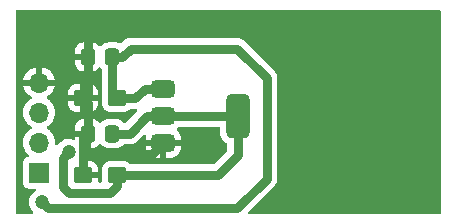
<source format=gbr>
G04 #@! TF.GenerationSoftware,KiCad,Pcbnew,8.0.1*
G04 #@! TF.CreationDate,2024-03-22T12:16:06+01:00*
G04 #@! TF.ProjectId,RTL8812AU_module,52544c38-3831-4324-9155-5f6d6f64756c,rev?*
G04 #@! TF.SameCoordinates,Original*
G04 #@! TF.FileFunction,Copper,L2,Bot*
G04 #@! TF.FilePolarity,Positive*
%FSLAX46Y46*%
G04 Gerber Fmt 4.6, Leading zero omitted, Abs format (unit mm)*
G04 Created by KiCad (PCBNEW 8.0.1) date 2024-03-22 12:16:06*
%MOMM*%
%LPD*%
G01*
G04 APERTURE LIST*
G04 Aperture macros list*
%AMRoundRect*
0 Rectangle with rounded corners*
0 $1 Rounding radius*
0 $2 $3 $4 $5 $6 $7 $8 $9 X,Y pos of 4 corners*
0 Add a 4 corners polygon primitive as box body*
4,1,4,$2,$3,$4,$5,$6,$7,$8,$9,$2,$3,0*
0 Add four circle primitives for the rounded corners*
1,1,$1+$1,$2,$3*
1,1,$1+$1,$4,$5*
1,1,$1+$1,$6,$7*
1,1,$1+$1,$8,$9*
0 Add four rect primitives between the rounded corners*
20,1,$1+$1,$2,$3,$4,$5,0*
20,1,$1+$1,$4,$5,$6,$7,0*
20,1,$1+$1,$6,$7,$8,$9,0*
20,1,$1+$1,$8,$9,$2,$3,0*%
G04 Aperture macros list end*
G04 #@! TA.AperFunction,SMDPad,CuDef*
%ADD10RoundRect,0.250000X0.537500X0.425000X-0.537500X0.425000X-0.537500X-0.425000X0.537500X-0.425000X0*%
G04 #@! TD*
G04 #@! TA.AperFunction,SMDPad,CuDef*
%ADD11RoundRect,0.375000X-0.625000X-0.375000X0.625000X-0.375000X0.625000X0.375000X-0.625000X0.375000X0*%
G04 #@! TD*
G04 #@! TA.AperFunction,SMDPad,CuDef*
%ADD12RoundRect,0.500000X-0.500000X-1.400000X0.500000X-1.400000X0.500000X1.400000X-0.500000X1.400000X0*%
G04 #@! TD*
G04 #@! TA.AperFunction,ComponentPad*
%ADD13R,1.700000X1.700000*%
G04 #@! TD*
G04 #@! TA.AperFunction,ComponentPad*
%ADD14O,1.700000X1.700000*%
G04 #@! TD*
G04 #@! TA.AperFunction,SMDPad,CuDef*
%ADD15RoundRect,0.250000X0.337500X0.475000X-0.337500X0.475000X-0.337500X-0.475000X0.337500X-0.475000X0*%
G04 #@! TD*
G04 #@! TA.AperFunction,ViaPad*
%ADD16C,1.200000*%
G04 #@! TD*
G04 #@! TA.AperFunction,Conductor*
%ADD17C,0.800000*%
G04 #@! TD*
G04 APERTURE END LIST*
D10*
G04 #@! TO.P,C4,1*
G04 #@! TO.N,Net-(J1-Pin_1)*
X125587500Y-79200000D03*
G04 #@! TO.P,C4,2*
G04 #@! TO.N,GND*
X122712500Y-79200000D03*
G04 #@! TD*
G04 #@! TO.P,C3,1*
G04 #@! TO.N,Net-(U1-H2_3v3)*
X125587500Y-85700000D03*
G04 #@! TO.P,C3,2*
G04 #@! TO.N,GND*
X122712500Y-85700000D03*
G04 #@! TD*
D11*
G04 #@! TO.P,U2,1,GND*
G04 #@! TO.N,GND*
X129500000Y-83000000D03*
G04 #@! TO.P,U2,2,VO*
G04 #@! TO.N,Net-(U1-H2_3v3)*
X129500000Y-80700000D03*
D12*
X135800000Y-80700000D03*
D11*
G04 #@! TO.P,U2,3,VI*
G04 #@! TO.N,Net-(J1-Pin_1)*
X129500000Y-78400000D03*
G04 #@! TD*
D13*
G04 #@! TO.P,J1,1,Pin_1*
G04 #@! TO.N,Net-(J1-Pin_1)*
X119000000Y-85500000D03*
D14*
G04 #@! TO.P,J1,2,Pin_2*
G04 #@! TO.N,/DN*
X119000000Y-82960000D03*
G04 #@! TO.P,J1,3,Pin_3*
G04 #@! TO.N,/DP*
X119000000Y-80420000D03*
G04 #@! TO.P,J1,4,Pin_4*
G04 #@! TO.N,GND*
X119000000Y-77880000D03*
G04 #@! TD*
D15*
G04 #@! TO.P,C2,1*
G04 #@! TO.N,Net-(J1-Pin_1)*
X125187500Y-75700000D03*
G04 #@! TO.P,C2,2*
G04 #@! TO.N,GND*
X123112500Y-75700000D03*
G04 #@! TD*
G04 #@! TO.P,C1,1*
G04 #@! TO.N,Net-(U1-H2_3v3)*
X125187500Y-82200000D03*
G04 #@! TO.P,C1,2*
G04 #@! TO.N,GND*
X123112500Y-82200000D03*
G04 #@! TD*
D16*
G04 #@! TO.N,GND*
X123000000Y-72750000D03*
G04 #@! TO.N,Net-(U1-H2_3v3)*
X121500000Y-83750000D03*
G04 #@! TO.N,Net-(J1-Pin_1)*
X119250000Y-88000000D03*
G04 #@! TD*
D17*
G04 #@! TO.N,Net-(J1-Pin_1)*
X126750000Y-75000000D02*
X126050000Y-75700000D01*
X135750000Y-75000000D02*
X126750000Y-75000000D01*
X138250000Y-77500000D02*
X135750000Y-75000000D01*
X138250000Y-86000000D02*
X138250000Y-77500000D01*
X126050000Y-75700000D02*
X125187500Y-75700000D01*
X135750000Y-88500000D02*
X138250000Y-86000000D01*
X119250000Y-88000000D02*
X119750000Y-88500000D01*
X119750000Y-88500000D02*
X135750000Y-88500000D01*
G04 #@! TO.N,Net-(U1-H2_3v3)*
X125587500Y-86662500D02*
X125587500Y-85700000D01*
X121500000Y-87250000D02*
X125000000Y-87250000D01*
X121000000Y-86750000D02*
X121500000Y-87250000D01*
X121500000Y-83750000D02*
X121000000Y-84250000D01*
X121000000Y-84250000D02*
X121000000Y-86750000D01*
X125000000Y-87250000D02*
X125587500Y-86662500D01*
G04 #@! TO.N,GND*
X123112500Y-72862500D02*
X123000000Y-72750000D01*
X123112500Y-75700000D02*
X123112500Y-72862500D01*
X122962500Y-83950000D02*
X122712500Y-83700000D01*
X129500000Y-83000000D02*
X128550000Y-83950000D01*
X128550000Y-83950000D02*
X122962500Y-83950000D01*
G04 #@! TO.N,Net-(U1-H2_3v3)*
X135800000Y-84050000D02*
X135800000Y-80700000D01*
X134150000Y-85700000D02*
X135800000Y-84050000D01*
X125587500Y-85700000D02*
X134150000Y-85700000D01*
G04 #@! TO.N,GND*
X122712500Y-85700000D02*
X122712500Y-83700000D01*
X122712500Y-83700000D02*
X122712500Y-82600000D01*
G04 #@! TO.N,Net-(U1-H2_3v3)*
X129500000Y-80700000D02*
X135800000Y-80700000D01*
X128150000Y-80700000D02*
X129500000Y-80700000D01*
X126650000Y-82200000D02*
X128150000Y-80700000D01*
X125187500Y-82200000D02*
X126650000Y-82200000D01*
G04 #@! TO.N,GND*
X123112500Y-79600000D02*
X122712500Y-79200000D01*
X123112500Y-82200000D02*
X123112500Y-79600000D01*
X122712500Y-82600000D02*
X123112500Y-82200000D01*
X123112500Y-78800000D02*
X122712500Y-79200000D01*
X123112500Y-75700000D02*
X123112500Y-78800000D01*
G04 #@! TO.N,Net-(J1-Pin_1)*
X125187500Y-78800000D02*
X125587500Y-79200000D01*
X125187500Y-75700000D02*
X125187500Y-78800000D01*
X127950000Y-78400000D02*
X129500000Y-78400000D01*
X127150000Y-79200000D02*
X127950000Y-78400000D01*
X125587500Y-79200000D02*
X127150000Y-79200000D01*
G04 #@! TD*
G04 #@! TA.AperFunction,Conductor*
G04 #@! TO.N,GND*
G36*
X152942539Y-71770185D02*
G01*
X152988294Y-71822989D01*
X152999500Y-71874500D01*
X152999500Y-88875500D01*
X152979815Y-88942539D01*
X152927011Y-88988294D01*
X152875500Y-88999500D01*
X136823362Y-88999500D01*
X136756323Y-88979815D01*
X136710568Y-88927011D01*
X136700624Y-88857853D01*
X136729649Y-88794297D01*
X136735681Y-88787819D01*
X138949462Y-86574038D01*
X138949464Y-86574036D01*
X138998599Y-86500500D01*
X139048013Y-86426547D01*
X139081953Y-86344606D01*
X139115895Y-86262666D01*
X139150500Y-86088692D01*
X139150500Y-85911308D01*
X139150500Y-77411309D01*
X139124972Y-77282970D01*
X139124972Y-77282969D01*
X139124972Y-77282967D01*
X139115896Y-77237341D01*
X139115895Y-77237334D01*
X139093279Y-77182736D01*
X139079534Y-77149552D01*
X139079512Y-77149501D01*
X139079512Y-77149500D01*
X139048013Y-77073453D01*
X139018575Y-77029397D01*
X138988936Y-76985039D01*
X138988936Y-76985038D01*
X138988933Y-76985036D01*
X138949466Y-76925966D01*
X136324035Y-74300535D01*
X136324030Y-74300531D01*
X136264961Y-74261064D01*
X136264960Y-74261063D01*
X136176544Y-74201985D01*
X136176542Y-74201984D01*
X136094607Y-74168046D01*
X136094606Y-74168046D01*
X136012666Y-74134105D01*
X136012658Y-74134103D01*
X135838696Y-74099500D01*
X135838692Y-74099500D01*
X135838691Y-74099500D01*
X126661309Y-74099500D01*
X126661306Y-74099500D01*
X126487341Y-74134103D01*
X126487332Y-74134106D01*
X126323459Y-74201983D01*
X126323446Y-74201990D01*
X126175967Y-74300533D01*
X126175965Y-74300535D01*
X126175965Y-74300536D01*
X126175964Y-74300537D01*
X126008018Y-74468481D01*
X125967503Y-74508997D01*
X125906180Y-74542481D01*
X125840818Y-74539021D01*
X125677797Y-74485001D01*
X125677795Y-74485000D01*
X125575010Y-74474500D01*
X124799998Y-74474500D01*
X124799980Y-74474501D01*
X124697203Y-74485000D01*
X124697200Y-74485001D01*
X124530668Y-74540185D01*
X124530663Y-74540187D01*
X124381342Y-74632289D01*
X124257288Y-74756343D01*
X124257283Y-74756349D01*
X124255241Y-74759661D01*
X124253247Y-74761453D01*
X124252807Y-74762011D01*
X124252711Y-74761935D01*
X124203291Y-74806383D01*
X124134328Y-74817602D01*
X124070247Y-74789755D01*
X124044168Y-74759656D01*
X124042319Y-74756659D01*
X124042316Y-74756655D01*
X123918345Y-74632684D01*
X123769124Y-74540643D01*
X123769119Y-74540641D01*
X123602697Y-74485494D01*
X123602690Y-74485493D01*
X123499986Y-74475000D01*
X123362500Y-74475000D01*
X123362500Y-76924999D01*
X123499972Y-76924999D01*
X123499986Y-76924998D01*
X123602697Y-76914505D01*
X123769119Y-76859358D01*
X123769124Y-76859356D01*
X123918345Y-76767315D01*
X124042318Y-76643342D01*
X124044165Y-76640348D01*
X124045969Y-76638724D01*
X124046798Y-76637677D01*
X124046976Y-76637818D01*
X124096110Y-76593621D01*
X124165073Y-76582396D01*
X124229156Y-76610236D01*
X124255245Y-76640343D01*
X124257289Y-76643658D01*
X124260266Y-76647422D01*
X124286407Y-76712217D01*
X124287000Y-76724333D01*
X124287000Y-78888693D01*
X124297117Y-78939554D01*
X124299500Y-78963746D01*
X124299500Y-79675001D01*
X124299501Y-79675019D01*
X124310000Y-79777796D01*
X124310001Y-79777799D01*
X124363397Y-79938936D01*
X124365186Y-79944334D01*
X124457288Y-80093656D01*
X124581344Y-80217712D01*
X124730666Y-80309814D01*
X124897203Y-80364999D01*
X124999991Y-80375500D01*
X126175008Y-80375499D01*
X126277797Y-80364999D01*
X126444334Y-80309814D01*
X126593656Y-80217712D01*
X126674549Y-80136819D01*
X126735872Y-80103334D01*
X126762230Y-80100500D01*
X127176638Y-80100500D01*
X127243677Y-80120185D01*
X127289432Y-80172989D01*
X127299376Y-80242147D01*
X127270351Y-80305703D01*
X127264319Y-80312181D01*
X126313319Y-81263181D01*
X126251996Y-81296666D01*
X126225638Y-81299500D01*
X126211868Y-81299500D01*
X126144829Y-81279815D01*
X126123653Y-81260616D01*
X126122819Y-81261451D01*
X125993657Y-81132289D01*
X125993656Y-81132288D01*
X125844334Y-81040186D01*
X125677797Y-80985001D01*
X125677795Y-80985000D01*
X125575010Y-80974500D01*
X124799998Y-80974500D01*
X124799980Y-80974501D01*
X124697203Y-80985000D01*
X124697200Y-80985001D01*
X124530668Y-81040185D01*
X124530663Y-81040187D01*
X124381342Y-81132289D01*
X124257288Y-81256343D01*
X124257283Y-81256349D01*
X124255241Y-81259661D01*
X124253247Y-81261453D01*
X124252807Y-81262011D01*
X124252711Y-81261935D01*
X124203291Y-81306383D01*
X124134328Y-81317602D01*
X124070247Y-81289755D01*
X124044168Y-81259656D01*
X124042319Y-81256659D01*
X124042316Y-81256655D01*
X123918345Y-81132684D01*
X123769124Y-81040643D01*
X123769119Y-81040641D01*
X123602697Y-80985494D01*
X123602690Y-80985493D01*
X123499986Y-80975000D01*
X123362500Y-80975000D01*
X123362500Y-83424999D01*
X123499972Y-83424999D01*
X123499986Y-83424998D01*
X123602697Y-83414505D01*
X123769119Y-83359358D01*
X123769124Y-83359356D01*
X123918345Y-83267315D01*
X124042318Y-83143342D01*
X124044165Y-83140348D01*
X124045969Y-83138724D01*
X124046798Y-83137677D01*
X124046976Y-83137818D01*
X124096110Y-83093621D01*
X124165073Y-83082396D01*
X124229156Y-83110236D01*
X124255243Y-83140341D01*
X124257288Y-83143656D01*
X124381344Y-83267712D01*
X124530666Y-83359814D01*
X124697203Y-83414999D01*
X124799991Y-83425500D01*
X125575008Y-83425499D01*
X125575016Y-83425498D01*
X125575019Y-83425498D01*
X125631302Y-83419748D01*
X125677797Y-83414999D01*
X125844334Y-83359814D01*
X125993656Y-83267712D01*
X126011368Y-83250000D01*
X128000000Y-83250000D01*
X128000000Y-83451096D01*
X128002897Y-83493824D01*
X128048831Y-83678523D01*
X128133390Y-83849022D01*
X128133392Y-83849025D01*
X128252632Y-83997366D01*
X128252633Y-83997367D01*
X128400974Y-84116607D01*
X128400977Y-84116609D01*
X128571476Y-84201168D01*
X128756175Y-84247102D01*
X128798903Y-84250000D01*
X129250000Y-84250000D01*
X129250000Y-83250000D01*
X129750000Y-83250000D01*
X129750000Y-84250000D01*
X130201097Y-84250000D01*
X130243824Y-84247102D01*
X130428523Y-84201168D01*
X130599022Y-84116609D01*
X130599025Y-84116607D01*
X130747366Y-83997367D01*
X130747367Y-83997366D01*
X130866607Y-83849025D01*
X130866609Y-83849022D01*
X130951168Y-83678523D01*
X130997102Y-83493824D01*
X131000000Y-83451096D01*
X131000000Y-83250000D01*
X129750000Y-83250000D01*
X129250000Y-83250000D01*
X128000000Y-83250000D01*
X126011368Y-83250000D01*
X126117712Y-83143656D01*
X126117712Y-83143655D01*
X126122819Y-83138549D01*
X126124705Y-83140435D01*
X126171625Y-83107212D01*
X126211868Y-83100500D01*
X126738693Y-83100500D01*
X126738694Y-83100499D01*
X126912666Y-83065895D01*
X126994606Y-83031953D01*
X127076547Y-82998013D01*
X127076549Y-82998011D01*
X127076552Y-82998010D01*
X127164955Y-82938939D01*
X127164955Y-82938938D01*
X127164959Y-82938936D01*
X127224036Y-82899464D01*
X127814727Y-82308772D01*
X127876049Y-82275288D01*
X127945740Y-82280272D01*
X128001674Y-82322143D01*
X128026091Y-82387608D01*
X128022742Y-82426380D01*
X128002897Y-82506173D01*
X128000000Y-82548903D01*
X128000000Y-82750000D01*
X131000000Y-82750000D01*
X131000000Y-82548903D01*
X130997102Y-82506175D01*
X130951168Y-82321476D01*
X130866609Y-82150977D01*
X130866607Y-82150974D01*
X130747367Y-82002633D01*
X130747366Y-82002632D01*
X130678115Y-81946967D01*
X130638196Y-81889624D01*
X130635616Y-81819802D01*
X130671194Y-81759669D01*
X130678089Y-81753694D01*
X130747722Y-81697722D01*
X130788644Y-81646813D01*
X130845987Y-81606894D01*
X130885291Y-81600500D01*
X134175501Y-81600500D01*
X134242540Y-81620185D01*
X134288295Y-81672989D01*
X134299501Y-81724500D01*
X134299501Y-82158034D01*
X134310113Y-82277415D01*
X134366089Y-82473045D01*
X134366090Y-82473048D01*
X134366091Y-82473049D01*
X134460302Y-82653407D01*
X134460304Y-82653409D01*
X134588890Y-82811109D01*
X134697246Y-82899461D01*
X134746593Y-82939698D01*
X134785458Y-82959999D01*
X134832911Y-82984786D01*
X134883219Y-83033273D01*
X134899500Y-83094695D01*
X134899500Y-83625638D01*
X134879815Y-83692677D01*
X134863181Y-83713319D01*
X133813319Y-84763181D01*
X133751996Y-84796666D01*
X133725638Y-84799500D01*
X126762230Y-84799500D01*
X126695191Y-84779815D01*
X126674549Y-84763181D01*
X126593657Y-84682289D01*
X126593656Y-84682288D01*
X126444334Y-84590186D01*
X126277797Y-84535001D01*
X126277795Y-84535000D01*
X126175010Y-84524500D01*
X124999998Y-84524500D01*
X124999981Y-84524501D01*
X124897203Y-84535000D01*
X124897200Y-84535001D01*
X124730668Y-84590185D01*
X124730663Y-84590187D01*
X124581342Y-84682289D01*
X124457289Y-84806342D01*
X124365187Y-84955663D01*
X124365185Y-84955668D01*
X124365115Y-84955880D01*
X124310001Y-85122203D01*
X124310001Y-85122204D01*
X124310000Y-85122204D01*
X124299500Y-85224983D01*
X124299500Y-86175001D01*
X124299502Y-86175022D01*
X124303371Y-86212900D01*
X124290601Y-86281593D01*
X124242719Y-86332476D01*
X124180013Y-86349500D01*
X124119484Y-86349500D01*
X124052445Y-86329815D01*
X124006690Y-86277011D01*
X123996126Y-86212897D01*
X123999999Y-86174985D01*
X124000000Y-86174973D01*
X124000000Y-85950000D01*
X122586500Y-85950000D01*
X122519461Y-85930315D01*
X122473706Y-85877511D01*
X122462500Y-85826000D01*
X122462500Y-84525000D01*
X122962500Y-84525000D01*
X122962500Y-85450000D01*
X123999999Y-85450000D01*
X123999999Y-85225028D01*
X123999998Y-85225013D01*
X123989505Y-85122302D01*
X123934358Y-84955880D01*
X123934356Y-84955875D01*
X123842315Y-84806654D01*
X123718345Y-84682684D01*
X123569124Y-84590643D01*
X123569119Y-84590641D01*
X123402697Y-84535494D01*
X123402690Y-84535493D01*
X123299986Y-84525000D01*
X122962500Y-84525000D01*
X122462500Y-84525000D01*
X122442677Y-84505177D01*
X122409192Y-84443854D01*
X122414176Y-84374162D01*
X122431406Y-84342767D01*
X122439673Y-84331821D01*
X122530582Y-84149250D01*
X122586397Y-83953083D01*
X122605215Y-83750000D01*
X122587577Y-83559657D01*
X122600992Y-83491090D01*
X122649349Y-83440658D01*
X122717295Y-83424375D01*
X122723654Y-83424860D01*
X122725023Y-83424999D01*
X122862499Y-83424999D01*
X122862500Y-83424998D01*
X122862500Y-82450000D01*
X122025001Y-82450000D01*
X122025001Y-82592172D01*
X122005316Y-82659211D01*
X121952512Y-82704966D01*
X121883354Y-82714910D01*
X121856208Y-82707799D01*
X121802460Y-82686977D01*
X121802457Y-82686976D01*
X121802456Y-82686976D01*
X121601976Y-82649500D01*
X121398024Y-82649500D01*
X121197544Y-82686976D01*
X121197541Y-82686976D01*
X121197541Y-82686977D01*
X121007364Y-82760651D01*
X121007357Y-82760655D01*
X120833960Y-82868017D01*
X120833958Y-82868019D01*
X120683237Y-83005418D01*
X120568339Y-83157569D01*
X120512230Y-83199205D01*
X120442518Y-83203896D01*
X120381336Y-83170154D01*
X120348109Y-83108691D01*
X120345857Y-83072034D01*
X120355659Y-82960000D01*
X120355659Y-82959999D01*
X120350362Y-82899461D01*
X120335063Y-82724592D01*
X120273903Y-82496337D01*
X120174035Y-82282171D01*
X120172706Y-82280272D01*
X120038494Y-82088597D01*
X119899896Y-81950000D01*
X122025000Y-81950000D01*
X122862500Y-81950000D01*
X122862500Y-80975000D01*
X122725027Y-80975000D01*
X122725012Y-80975001D01*
X122622302Y-80985494D01*
X122455880Y-81040641D01*
X122455875Y-81040643D01*
X122306654Y-81132684D01*
X122182684Y-81256654D01*
X122090643Y-81405875D01*
X122090641Y-81405880D01*
X122035494Y-81572302D01*
X122035493Y-81572309D01*
X122025000Y-81675013D01*
X122025000Y-81950000D01*
X119899896Y-81950000D01*
X119871402Y-81921506D01*
X119871396Y-81921501D01*
X119685842Y-81791575D01*
X119642217Y-81736998D01*
X119635023Y-81667500D01*
X119666546Y-81605145D01*
X119685842Y-81588425D01*
X119709009Y-81572203D01*
X119871401Y-81458495D01*
X120038495Y-81291401D01*
X120174035Y-81097830D01*
X120273903Y-80883663D01*
X120335063Y-80655408D01*
X120355659Y-80420000D01*
X120335063Y-80184592D01*
X120273903Y-79956337D01*
X120174035Y-79742171D01*
X120127008Y-79675008D01*
X120038494Y-79548597D01*
X119939896Y-79450000D01*
X121425001Y-79450000D01*
X121425001Y-79674986D01*
X121435494Y-79777697D01*
X121490641Y-79944119D01*
X121490643Y-79944124D01*
X121582684Y-80093345D01*
X121706654Y-80217315D01*
X121855875Y-80309356D01*
X121855880Y-80309358D01*
X122022302Y-80364505D01*
X122022309Y-80364506D01*
X122125019Y-80374999D01*
X122462499Y-80374999D01*
X122462500Y-80374998D01*
X122462500Y-79450000D01*
X122962500Y-79450000D01*
X122962500Y-80374999D01*
X123299972Y-80374999D01*
X123299986Y-80374998D01*
X123402697Y-80364505D01*
X123569119Y-80309358D01*
X123569124Y-80309356D01*
X123718345Y-80217315D01*
X123842315Y-80093345D01*
X123934356Y-79944124D01*
X123934358Y-79944119D01*
X123989505Y-79777697D01*
X123989506Y-79777690D01*
X123999999Y-79674986D01*
X124000000Y-79674973D01*
X124000000Y-79450000D01*
X122962500Y-79450000D01*
X122462500Y-79450000D01*
X121425001Y-79450000D01*
X119939896Y-79450000D01*
X119871402Y-79381506D01*
X119871401Y-79381505D01*
X119685405Y-79251269D01*
X119641781Y-79196692D01*
X119634588Y-79127193D01*
X119666110Y-79064839D01*
X119685405Y-79048119D01*
X119825532Y-78950000D01*
X121425000Y-78950000D01*
X122462500Y-78950000D01*
X122462500Y-78025000D01*
X122962500Y-78025000D01*
X122962500Y-78950000D01*
X123999999Y-78950000D01*
X123999999Y-78725028D01*
X123999998Y-78725013D01*
X123989505Y-78622302D01*
X123934358Y-78455880D01*
X123934356Y-78455875D01*
X123842315Y-78306654D01*
X123718345Y-78182684D01*
X123569124Y-78090643D01*
X123569119Y-78090641D01*
X123402697Y-78035494D01*
X123402690Y-78035493D01*
X123299986Y-78025000D01*
X122962500Y-78025000D01*
X122462500Y-78025000D01*
X122125028Y-78025000D01*
X122125012Y-78025001D01*
X122022302Y-78035494D01*
X121855880Y-78090641D01*
X121855875Y-78090643D01*
X121706654Y-78182684D01*
X121582684Y-78306654D01*
X121490643Y-78455875D01*
X121490641Y-78455880D01*
X121435494Y-78622302D01*
X121435493Y-78622309D01*
X121425000Y-78725013D01*
X121425000Y-78950000D01*
X119825532Y-78950000D01*
X119871082Y-78918105D01*
X120038105Y-78751082D01*
X120173600Y-78557578D01*
X120273429Y-78343492D01*
X120273432Y-78343486D01*
X120330636Y-78130000D01*
X119433012Y-78130000D01*
X119465925Y-78072993D01*
X119500000Y-77945826D01*
X119500000Y-77814174D01*
X119465925Y-77687007D01*
X119433012Y-77630000D01*
X120330636Y-77630000D01*
X120330635Y-77629999D01*
X120273432Y-77416513D01*
X120273429Y-77416507D01*
X120173600Y-77202422D01*
X120173599Y-77202420D01*
X120038113Y-77008926D01*
X120038108Y-77008920D01*
X119871082Y-76841894D01*
X119677578Y-76706399D01*
X119463492Y-76606570D01*
X119463486Y-76606567D01*
X119250000Y-76549364D01*
X119250000Y-77446988D01*
X119192993Y-77414075D01*
X119065826Y-77380000D01*
X118934174Y-77380000D01*
X118807007Y-77414075D01*
X118750000Y-77446988D01*
X118750000Y-76549364D01*
X118749999Y-76549364D01*
X118536513Y-76606567D01*
X118536507Y-76606570D01*
X118322422Y-76706399D01*
X118322420Y-76706400D01*
X118128926Y-76841886D01*
X118128920Y-76841891D01*
X117961891Y-77008920D01*
X117961886Y-77008926D01*
X117826400Y-77202420D01*
X117826399Y-77202422D01*
X117726570Y-77416507D01*
X117726567Y-77416513D01*
X117669364Y-77629999D01*
X117669364Y-77630000D01*
X118566988Y-77630000D01*
X118534075Y-77687007D01*
X118500000Y-77814174D01*
X118500000Y-77945826D01*
X118534075Y-78072993D01*
X118566988Y-78130000D01*
X117669364Y-78130000D01*
X117726567Y-78343486D01*
X117726570Y-78343492D01*
X117826399Y-78557578D01*
X117961894Y-78751082D01*
X118128917Y-78918105D01*
X118314595Y-79048119D01*
X118358219Y-79102696D01*
X118365412Y-79172195D01*
X118333890Y-79234549D01*
X118314595Y-79251269D01*
X118128594Y-79381508D01*
X117961505Y-79548597D01*
X117825965Y-79742169D01*
X117825964Y-79742171D01*
X117726098Y-79956335D01*
X117726094Y-79956344D01*
X117664938Y-80184586D01*
X117664936Y-80184596D01*
X117644341Y-80419999D01*
X117644341Y-80420000D01*
X117664936Y-80655403D01*
X117664938Y-80655413D01*
X117726094Y-80883655D01*
X117726096Y-80883659D01*
X117726097Y-80883663D01*
X117773582Y-80985494D01*
X117825965Y-81097830D01*
X117825967Y-81097834D01*
X117934281Y-81252521D01*
X117960352Y-81289755D01*
X117961501Y-81291395D01*
X117961506Y-81291402D01*
X118128597Y-81458493D01*
X118128603Y-81458498D01*
X118314158Y-81588425D01*
X118357783Y-81643002D01*
X118364977Y-81712500D01*
X118333454Y-81774855D01*
X118314158Y-81791575D01*
X118128597Y-81921505D01*
X117961505Y-82088597D01*
X117825965Y-82282169D01*
X117825964Y-82282171D01*
X117726098Y-82496335D01*
X117726094Y-82496344D01*
X117664938Y-82724586D01*
X117664936Y-82724596D01*
X117644341Y-82959999D01*
X117644341Y-82960000D01*
X117664936Y-83195403D01*
X117664938Y-83195413D01*
X117726094Y-83423655D01*
X117726096Y-83423659D01*
X117726097Y-83423663D01*
X117789514Y-83559660D01*
X117825965Y-83637830D01*
X117825967Y-83637834D01*
X117961501Y-83831395D01*
X117961506Y-83831402D01*
X118083430Y-83953326D01*
X118116915Y-84014649D01*
X118111931Y-84084341D01*
X118070059Y-84140274D01*
X118039083Y-84157189D01*
X117907669Y-84206203D01*
X117907664Y-84206206D01*
X117792455Y-84292452D01*
X117792452Y-84292455D01*
X117706206Y-84407664D01*
X117706202Y-84407671D01*
X117655908Y-84542517D01*
X117649501Y-84602116D01*
X117649500Y-84602135D01*
X117649500Y-86397870D01*
X117649501Y-86397876D01*
X117655908Y-86457483D01*
X117706202Y-86592328D01*
X117706206Y-86592335D01*
X117792452Y-86707544D01*
X117792455Y-86707547D01*
X117907664Y-86793793D01*
X117907671Y-86793797D01*
X118042517Y-86844091D01*
X118042516Y-86844091D01*
X118049444Y-86844835D01*
X118102127Y-86850500D01*
X118580204Y-86850499D01*
X118647241Y-86870183D01*
X118692996Y-86922987D01*
X118702940Y-86992146D01*
X118673915Y-87055702D01*
X118645481Y-87079925D01*
X118583959Y-87118018D01*
X118583958Y-87118019D01*
X118433237Y-87255418D01*
X118310327Y-87418178D01*
X118219422Y-87600739D01*
X118219417Y-87600752D01*
X118163602Y-87796917D01*
X118144785Y-87999999D01*
X118144785Y-88000000D01*
X118163602Y-88203082D01*
X118219417Y-88399247D01*
X118219422Y-88399260D01*
X118310327Y-88581821D01*
X118433237Y-88744581D01*
X118476328Y-88783863D01*
X118512610Y-88843574D01*
X118510849Y-88913422D01*
X118471606Y-88971229D01*
X118407339Y-88998644D01*
X118392790Y-88999500D01*
X117124500Y-88999500D01*
X117057461Y-88979815D01*
X117011706Y-88927011D01*
X117000500Y-88875500D01*
X117000500Y-75950000D01*
X122025001Y-75950000D01*
X122025001Y-76224986D01*
X122035494Y-76327697D01*
X122090641Y-76494119D01*
X122090643Y-76494124D01*
X122182684Y-76643345D01*
X122306654Y-76767315D01*
X122455875Y-76859356D01*
X122455880Y-76859358D01*
X122622302Y-76914505D01*
X122622309Y-76914506D01*
X122725019Y-76924999D01*
X122862499Y-76924999D01*
X122862500Y-76924998D01*
X122862500Y-75950000D01*
X122025001Y-75950000D01*
X117000500Y-75950000D01*
X117000500Y-75450000D01*
X122025000Y-75450000D01*
X122862500Y-75450000D01*
X122862500Y-74475000D01*
X122725027Y-74475000D01*
X122725012Y-74475001D01*
X122622302Y-74485494D01*
X122455880Y-74540641D01*
X122455875Y-74540643D01*
X122306654Y-74632684D01*
X122182684Y-74756654D01*
X122090643Y-74905875D01*
X122090641Y-74905880D01*
X122035494Y-75072302D01*
X122035493Y-75072309D01*
X122025000Y-75175013D01*
X122025000Y-75450000D01*
X117000500Y-75450000D01*
X117000500Y-71874500D01*
X117020185Y-71807461D01*
X117072989Y-71761706D01*
X117124500Y-71750500D01*
X152875500Y-71750500D01*
X152942539Y-71770185D01*
G37*
G04 #@! TD.AperFunction*
G04 #@! TD*
M02*

</source>
